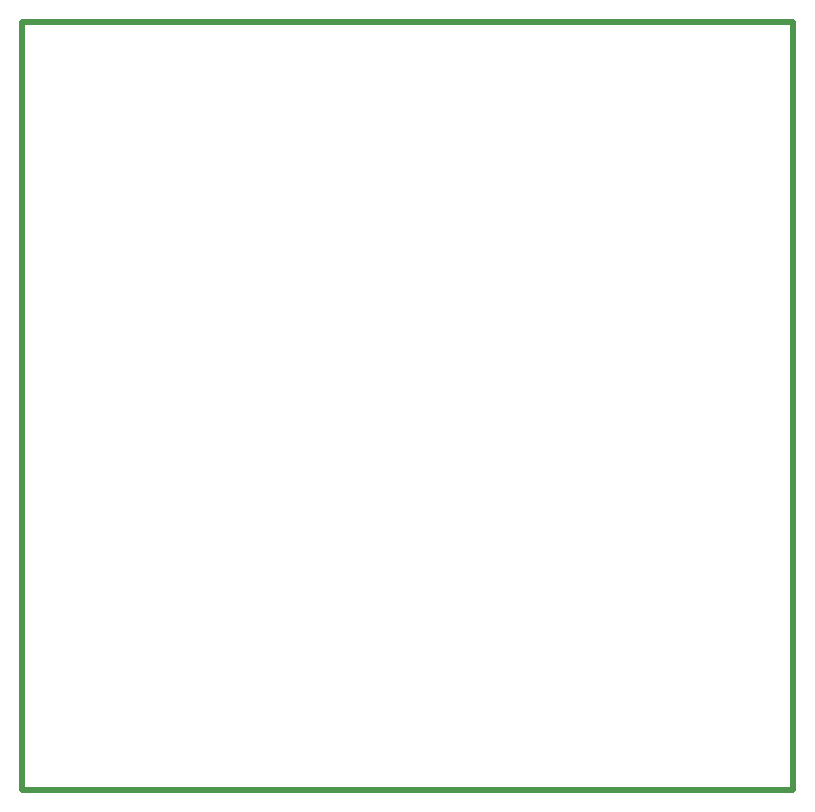
<source format=gbr>
%TF.GenerationSoftware,KiCad,Pcbnew,7.0.7*%
%TF.CreationDate,2025-10-27T22:40:16+01:00*%
%TF.ProjectId,pcb1,70636231-2e6b-4696-9361-645f70636258,rev?*%
%TF.SameCoordinates,Original*%
%TF.FileFunction,Profile,NP*%
%FSLAX46Y46*%
G04 Gerber Fmt 4.6, Leading zero omitted, Abs format (unit mm)*
G04 Created by KiCad (PCBNEW 7.0.7) date 2025-10-27 22:40:16*
%MOMM*%
%LPD*%
G01*
G04 APERTURE LIST*
%TA.AperFunction,Profile*%
%ADD10C,0.500000*%
%TD*%
G04 APERTURE END LIST*
D10*
X174750000Y-85000000D02*
X240000000Y-85000000D01*
X240000000Y-150000000D02*
X174750000Y-150000000D01*
X240000000Y-85000000D02*
X240000000Y-150000000D01*
X174750000Y-150000000D02*
X174750000Y-85000000D01*
M02*

</source>
